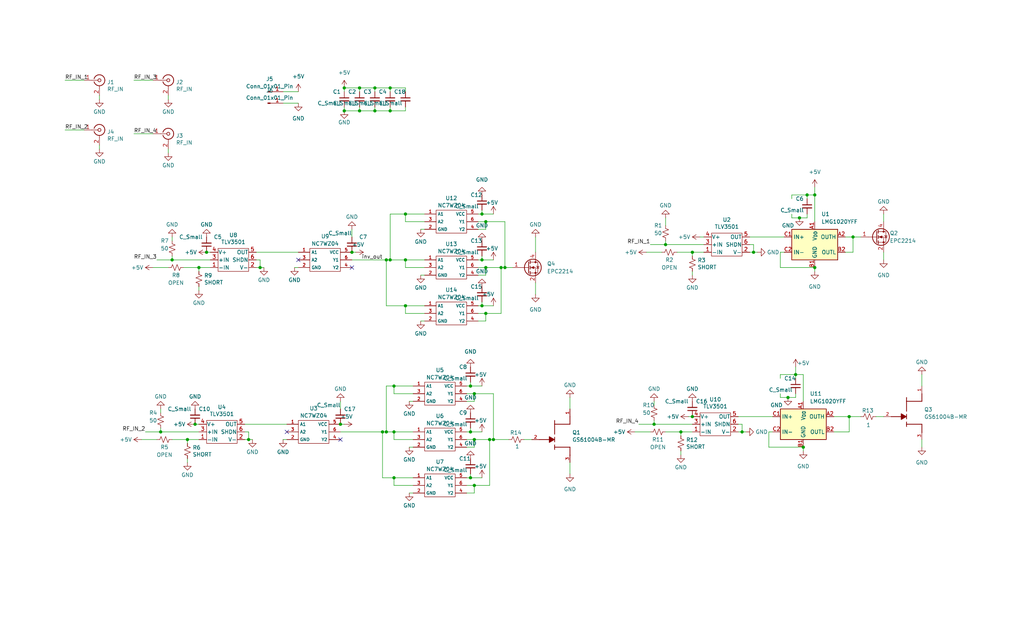
<source format=kicad_sch>
(kicad_sch (version 20231120) (generator "eeschema") (generator_version "8.0")
  (paper "User" 340.004 210.007)
  (lib_symbols
    (symbol "Connector:Conn_01x01_Pin" (pin_names (offset 1.016) hide)
      (property "Reference" "J" (at 0 2.54 0))
      (property "Value" "Conn_01x01_Pin" (at 0 -2.54 0))
      (symbol "Conn_01x01_Pin_1_1"
        (polyline (pts (xy 1.27 0) (xy 0.8636 0)) (stroke (width 0.1524)))
        (rectangle (start 0.8636 0.127) (end 0 -0.127) (stroke (width 0.1524)) (fill (type outline)))
        (pin passive line (at 5.08 0 180) (length 3.81) (name "Pin_1") (number "1"))
      )
    )
    (symbol "Connector:Conn_Coaxial" (pin_names (offset 1.016) hide)
      (property "Reference" "J" (at 0.254 3.048 0))
      (property "Value" "Conn_Coaxial" (at 2.921 0 90))
      (symbol "Conn_Coaxial_0_1"
        (arc (start -1.778 -0.508) (mid 0.2311 -1.8066) (end 1.778 0) (stroke (width 0.254)))
        (polyline (pts (xy -2.54 0) (xy -0.508 0)))
        (polyline (pts (xy 0 -2.54) (xy 0 -1.778)))
        (circle (center 0 0) (radius 0.508) (stroke (width 0.2032)))
        (arc (start 1.778 0) (mid 0.2099 1.8101) (end -1.778 0.508) (stroke (width 0.254)))
      )
      (symbol "Conn_Coaxial_1_1"
        (pin passive line (at -5.08 0 0) (length 2.54) (name "In") (number "1"))
        (pin passive line (at 0 -5.08 90) (length 2.54) (name "Ext") (number "2"))
      )
    )
    (symbol "Device:C_Small" (pin_numbers hide) (pin_names (offset 0.254) hide)
      (property "Reference" "C" (at 0.254 1.778 0))
      (property "Value" "C_Small" (at 0.254 -2.032 0))
      (symbol "C_Small_0_1"
        (polyline (pts (xy -1.524 -0.508) (xy 1.524 -0.508)) (stroke (width 0.3302)))
        (polyline (pts (xy -1.524 0.508) (xy 1.524 0.508)) (stroke (width 0.3048)))
      )
      (symbol "C_Small_1_1"
        (pin passive line (at 0 2.54 270) (length 2.032) (name "~") (number "1"))
        (pin passive line (at 0 -2.54 90) (length 2.032) (name "~") (number "2"))
      )
    )
    (symbol "Device:R_Small_US" (pin_numbers hide) (pin_names (offset 0.254) hide)
      (property "Reference" "R" (at 0.762 0.508 0))
      (property "Value" "R_Small_US" (at 0.762 -1.016 0))
      (symbol "R_Small_US_1_1"
        (polyline (pts (xy 0 0) (xy 1.016 -0.381) (xy 0 -0.762) (xy -1.016 -1.143) (xy 0 -1.524)))
        (polyline (pts (xy 0 1.524) (xy 1.016 1.143) (xy 0 0.762) (xy -1.016 0.381) (xy 0 0)))
        (pin passive line (at 0 2.54 270) (length 1.016) (name "~") (number "1"))
        (pin passive line (at 0 -2.54 90) (length 1.016) (name "~") (number "2"))
      )
    )
    (symbol "Driver_FET:LMG1020YFF"
      (property "Reference" "U" (at 5.715 5.715 0))
      (property "Value" "LMG1020YFF" (at 6.35 -6.35 0))
      (symbol "LMG1020YFF_0_1"
        (rectangle (start -7.62 5.08) (end 7.62 -5.08) (stroke (width 0.254)) (fill (type background)))
      )
      (symbol "LMG1020YFF_1_1"
        (pin power_in line (at 0 7.62 270) (length 2.54) (name "V_{DD}") (number "A1"))
        (pin output line (at 10.16 2.54 180) (length 2.54) (name "OUTH") (number "A2"))
        (pin power_in line (at 0 -7.62 90) (length 2.54) (name "GND") (number "B1"))
        (pin output line (at 10.16 -2.54 180) (length 2.54) (name "OUTL") (number "B2"))
        (pin input line (at -10.16 2.54 0) (length 2.54) (name "IN+") (number "C1"))
        (pin input line (at -10.16 -2.54 0) (length 2.54) (name "IN-") (number "C2"))
      )
    )
    (symbol "GS61004B-MR:GS61004B-MR" (pin_names (offset 1.016))
      (property "Reference" "Q" (at -8.89 7.62 0))
      (property "Value" "GS61004B-MR" (at -8.89 -8.89 0))
      (symbol "GS61004B-MR_0_0"
        (polyline (pts (xy -0.635 0) (xy -5.08 0)) (stroke (width 0.254)))
        (polyline (pts (xy 0 -2.54) (xy 0 -3.302)) (stroke (width 0.254)))
        (polyline (pts (xy 0 -2.54) (xy 5.08 -2.54)) (stroke (width 0.254)))
        (polyline (pts (xy 0 -1.778) (xy 0 -2.54)) (stroke (width 0.254)))
        (polyline (pts (xy 0 -0.762) (xy 0 0.762)) (stroke (width 0.254)))
        (polyline (pts (xy 0 1.778) (xy 0 5.08)) (stroke (width 0.254)))
        (polyline (pts (xy 0 5.08) (xy 0 6.35)) (stroke (width 0.254)))
        (polyline (pts (xy 0 5.08) (xy 5.08 5.08)) (stroke (width 0.254)))
        (polyline (pts (xy 5.08 -2.54) (xy 5.08 -5.334)) (stroke (width 0.254)))
        (polyline (pts (xy 5.08 5.08) (xy 5.08 7.62)) (stroke (width 0.254)))
        (polyline (pts (xy -0.127 0) (xy -1.778 0.9525) (xy -1.778 -0.9525) (xy -0.127 0)) (stroke (width 0.254)) (fill (type outline)))
        (pin passive line (at 5.08 10.16 270) (length 2.54) (name "~") (number "1"))
        (pin passive line (at -7.62 0 0) (length 2.54) (name "~") (number "2"))
        (pin passive line (at 5.08 -7.62 90) (length 2.54) (name "~") (number "3"))
      )
    )
    (symbol "MyKICAD:TLV3501" (pin_names (offset 0.1016))
      (property "Reference" "U" (at 1.27 1.27 0))
      (property "Value" "MyKICAD_TLV3501" (at 5.08 -8.89 0))
      (symbol "TLV3501_0_1"
        (rectangle (start 0 0) (end 10.16 -7.62))
      )
      (symbol "TLV3501_1_1"
        (pin bidirectional line (at -2.54 -6.35 0) (length 2.54) (name "-IN") (number "1"))
        (pin bidirectional line (at 12.7 -6.35 180) (length 2.54) (name "V-") (number "2"))
        (pin bidirectional line (at -2.54 -3.81 0) (length 2.54) (name "+IN") (number "3"))
        (pin bidirectional line (at -2.54 -1.27 0) (length 2.54) (name "V+") (number "4"))
        (pin bidirectional line (at 12.7 -1.27 180) (length 2.54) (name "OUT") (number "5"))
        (pin bidirectional line (at 12.7 -3.81 180) (length 2.54) (name "SHDN") (number "6"))
      )
    )
    (symbol "Q_NMOS_GSD_1" (pin_names (offset 0) hide)
      (property "Reference" "Q4" (at 6.35 1.27 0))
      (property "Value" "EPC2214" (at 6.35 -1.27 0))
      (symbol "Q_NMOS_GSD_1_0_1"
        (polyline (pts (xy 0.254 0) (xy -2.54 0)))
        (polyline (pts (xy 0.254 1.905) (xy 0.254 -1.905)) (stroke (width 0.254)))
        (polyline (pts (xy 0.762 -1.27) (xy 0.762 -2.286)) (stroke (width 0.254)))
        (polyline (pts (xy 0.762 0.508) (xy 0.762 -0.508)) (stroke (width 0.254)))
        (polyline (pts (xy 0.762 2.286) (xy 0.762 1.27)) (stroke (width 0.254)))
        (polyline (pts (xy 2.54 2.54) (xy 2.54 1.778)))
        (polyline (pts (xy 2.54 -2.54) (xy 2.54 0) (xy 0.762 0)))
        (polyline (pts (xy 0.762 -1.778) (xy 3.302 -1.778) (xy 3.302 1.778) (xy 0.762 1.778)))
        (polyline (pts (xy 1.016 0) (xy 2.032 0.381) (xy 2.032 -0.381) (xy 1.016 0)) (fill (type outline)))
        (polyline (pts (xy 2.794 0.508) (xy 2.921 0.381) (xy 3.683 0.381) (xy 3.81 0.254)))
        (polyline (pts (xy 3.302 0.381) (xy 2.921 -0.254) (xy 3.683 -0.254) (xy 3.302 0.381)))
        (circle (center 1.651 0) (radius 2.794) (stroke (width 0.254)))
        (circle (center 2.54 -1.778) (radius 0.254) (fill (type outline)))
        (circle (center 2.54 1.778) (radius 0.254) (fill (type outline)))
      )
      (symbol "Q_NMOS_GSD_1_1_1"
        (pin input line (at -5.08 0 0) (length 2.54) (name "G") (number "1"))
        (pin passive line (at 2.54 -5.08 90) (length 2.54) (name "S") (number "2"))
        (pin passive line (at 2.54 -5.08 90) (length 2.54) hide (name "S") (number "3"))
        (pin passive line (at 2.54 5.08 270) (length 2.54) (name "D") (number "4"))
        (pin passive line (at 2.54 5.08 270) (length 2.54) hide (name "D") (number "5"))
        (pin passive line (at 2.54 5.08 270) (length 2.54) hide (name "D") (number "6"))
        (pin passive line (at 2.54 5.08 270) (length 2.54) hide (name "D") (number "7"))
        (pin passive line (at 2.54 -5.08 90) (length 2.54) hide (name "S") (number "8"))
        (pin passive line (at 2.54 -5.08 90) (length 2.54) hide (name "S") (number "9"))
      )
    )
    (symbol "parts:NC7WZ04"
      (property "Reference" "U?" (at 0 5.08 0))
      (property "Value" "NC7WZ04" (at -6.35 6.35 0))
      (symbol "NC7WZ04_0_1"
        (rectangle (start -5.08 3.81) (end 5.08 -3.81))
      )
      (symbol "NC7WZ04_1_0"
        (pin input line (at -8.89 2.54 0) (length 3.81) (name "A1") (number "1"))
        (pin input line (at -8.89 -2.54 0) (length 3.81) (name "GND") (number "2"))
        (pin input line (at -8.89 0 0) (length 3.81) (name "A2") (number "3"))
        (pin input line (at 8.89 -2.54 180) (length 3.81) (name "Y2") (number "4"))
        (pin input line (at 8.89 2.54 180) (length 3.81) (name "VCC") (number "5"))
        (pin input line (at 8.89 0 180) (length 3.81) (name "Y1") (number "6"))
      )
    )
    (symbol "power:+5V" (power) (pin_names (offset 0))
      (property "Value" "+5V" (at 0 3.556 0))
      (symbol "+5V_0_1"
        (polyline (pts (xy -0.762 1.27) (xy 0 2.54)))
        (polyline (pts (xy 0 0) (xy 0 2.54)))
        (polyline (pts (xy 0 2.54) (xy 0.762 1.27)))
      )
      (symbol "+5V_1_1"
        (pin power_in line (at 0 0 90) (length 0) hide (name "+5V") (number "1"))
      )
    )
    (symbol "power:GND" (power) (pin_names (offset 0))
      (property "Value" "GND" (at 0 -3.81 0))
      (symbol "GND_0_1"
        (polyline (pts (xy 0 0) (xy 0 -1.27) (xy 1.27 -1.27) (xy 0 -2.54) (xy -1.27 -1.27) (xy 0 -1.27)))
      )
      (symbol "GND_1_1"
        (pin power_in line (at 0 0 270) (length 0) hide (name "GND") (number "1"))
      )
    )
  )
  (junction (at 57.15 86.36))
  (junction (at 264.16 124.46))
  (junction (at 161.29 88.9))
  (junction (at 261.62 132.08))
  (junction (at 229.87 83.82))
  (junction (at 86.36 88.9))
  (junction (at 134.62 86.36))
  (junction (at 157.48 146.05))
  (junction (at 53.34 143.51))
  (junction (at 116.84 83.82))
  (junction (at 163.83 146.05))
  (junction (at 119.38 36.83))
  (junction (at 66.04 88.9))
  (junction (at 217.17 140.97))
  (junction (at 129.54 29.21))
  (junction (at 124.46 36.83))
  (junction (at 270.51 88.9))
  (junction (at 167.64 88.9))
  (junction (at 119.38 29.21))
  (junction (at 157.48 161.29))
  (junction (at 64.77 140.97))
  (junction (at 281.94 138.43))
  (junction (at 134.62 101.6))
  (junction (at 128.27 143.51))
  (junction (at 246.38 143.51))
  (junction (at 114.3 36.83))
  (junction (at 229.87 138.43))
  (junction (at 160.02 101.6))
  (junction (at 157.48 130.81))
  (junction (at 134.62 71.12))
  (junction (at 129.54 86.36))
  (junction (at 265.43 72.39))
  (junction (at 130.81 143.51))
  (junction (at 250.19 83.82))
  (junction (at 156.21 158.75))
  (junction (at 62.23 146.05))
  (junction (at 156.21 143.51))
  (junction (at 128.27 86.36))
  (junction (at 226.06 143.51))
  (junction (at 160.02 86.36))
  (junction (at 127 143.51))
  (junction (at 162.56 146.05))
  (junction (at 166.37 88.9))
  (junction (at 156.21 128.27))
  (junction (at 270.51 64.77))
  (junction (at 267.97 64.77))
  (junction (at 161.29 73.66))
  (junction (at 130.81 158.75))
  (junction (at 266.7 148.59))
  (junction (at 161.29 104.14))
  (junction (at 124.46 29.21))
  (junction (at 220.98 81.28))
  (junction (at 113.03 140.97))
  (junction (at 283.21 78.74))
  (junction (at 82.55 146.05))
  (junction (at 130.81 128.27))
  (junction (at 68.58 83.82))
  (junction (at 114.3 29.21))
  (junction (at 129.54 36.83))
  (junction (at 160.02 71.12))
  (no_connect (at 95.25 143.51))
  (no_connect (at 113.03 146.05))
  (no_connect (at 116.84 88.9))
  (no_connect (at 99.06 86.36))
  (wire (pts (xy 57.15 86.36) (xy 57.15 85.09)))
  (wire (pts (xy 124.46 29.21) (xy 129.54 29.21)))
  (wire (pts (xy 158.75 76.2) (xy 161.29 76.2)))
  (wire (pts (xy 86.36 86.36) (xy 86.36 88.9)))
  (wire (pts (xy 21.59 43.18) (xy 27.94 43.18)))
  (wire (pts (xy 113.03 133.35) (xy 113.03 135.89)))
  (wire (pts (xy 177.8 93.98) (xy 177.8 97.79)))
  (wire (pts (xy 276.86 138.43) (xy 281.94 138.43)))
  (wire (pts (xy 162.56 146.05) (xy 163.83 146.05)))
  (wire (pts (xy 81.28 143.51) (xy 82.55 143.51)))
  (wire (pts (xy 139.7 106.68) (xy 140.97 106.68)))
  (wire (pts (xy 158.75 101.6) (xy 160.02 101.6)))
  (wire (pts (xy 267.97 71.12) (xy 267.97 72.39)))
  (wire (pts (xy 135.89 163.83) (xy 137.16 163.83)))
  (wire (pts (xy 255.27 143.51) (xy 256.54 143.51)))
  (wire (pts (xy 130.81 158.75) (xy 130.81 161.29)))
  (wire (pts (xy 276.86 143.51) (xy 281.94 143.51)))
  (wire (pts (xy 154.94 130.81) (xy 157.48 130.81)))
  (wire (pts (xy 224.79 83.82) (xy 229.87 83.82)))
  (wire (pts (xy 134.62 101.6) (xy 134.62 104.14)))
  (wire (pts (xy 245.11 143.51) (xy 246.38 143.51)))
  (wire (pts (xy 154.94 128.27) (xy 156.21 128.27)))
  (wire (pts (xy 64.77 140.97) (xy 66.04 140.97)))
  (wire (pts (xy 128.27 128.27) (xy 128.27 143.51)))
  (wire (pts (xy 134.62 104.14) (xy 140.97 104.14)))
  (wire (pts (xy 189.23 132.08) (xy 189.23 135.89)))
  (wire (pts (xy 161.29 106.68) (xy 161.29 104.14)))
  (wire (pts (xy 265.43 72.39) (xy 267.97 72.39)))
  (wire (pts (xy 262.89 71.12) (xy 262.89 72.39)))
  (wire (pts (xy 154.94 148.59) (xy 157.48 148.59)))
  (wire (pts (xy 160.02 69.85) (xy 160.02 71.12)))
  (wire (pts (xy 262.89 72.39) (xy 265.43 72.39)))
  (wire (pts (xy 261.62 132.08) (xy 264.16 132.08)))
  (wire (pts (xy 130.81 128.27) (xy 130.81 130.81)))
  (wire (pts (xy 139.7 91.44) (xy 140.97 91.44)))
  (wire (pts (xy 220.98 81.28) (xy 233.68 81.28)))
  (wire (pts (xy 158.75 91.44) (xy 161.29 91.44)))
  (wire (pts (xy 290.83 138.43) (xy 293.37 138.43)))
  (wire (pts (xy 259.08 132.08) (xy 261.62 132.08)))
  (wire (pts (xy 130.81 143.51) (xy 130.81 146.05)))
  (wire (pts (xy 157.48 148.59) (xy 157.48 146.05)))
  (wire (pts (xy 119.38 35.56) (xy 119.38 36.83)))
  (wire (pts (xy 158.75 86.36) (xy 160.02 86.36)))
  (wire (pts (xy 267.97 64.77) (xy 267.97 66.04)))
  (wire (pts (xy 82.55 143.51) (xy 82.55 146.05)))
  (wire (pts (xy 130.81 143.51) (xy 137.16 143.51)))
  (wire (pts (xy 248.92 83.82) (xy 250.19 83.82)))
  (wire (pts (xy 86.36 88.9) (xy 85.09 88.9)))
  (wire (pts (xy 161.29 91.44) (xy 161.29 88.9)))
  (wire (pts (xy 134.62 88.9) (xy 134.62 86.36)))
  (wire (pts (xy 248.92 81.28) (xy 250.19 81.28)))
  (wire (pts (xy 140.97 88.9) (xy 134.62 88.9)))
  (wire (pts (xy 217.17 140.97) (xy 212.09 140.97)))
  (wire (pts (xy 161.29 76.2) (xy 161.29 73.66)))
  (wire (pts (xy 139.7 76.2) (xy 140.97 76.2)))
  (wire (pts (xy 129.54 86.36) (xy 129.54 71.12)))
  (wire (pts (xy 44.45 26.67) (xy 50.8 26.67)))
  (wire (pts (xy 270.51 64.77) (xy 267.97 64.77)))
  (wire (pts (xy 53.34 135.89) (xy 53.34 137.16)))
  (wire (pts (xy 57.15 146.05) (xy 62.23 146.05)))
  (wire (pts (xy 130.81 146.05) (xy 137.16 146.05)))
  (wire (pts (xy 97.79 88.9) (xy 99.06 88.9)))
  (wire (pts (xy 264.16 121.92) (xy 264.16 124.46)))
  (wire (pts (xy 259.08 83.82) (xy 260.35 83.82)))
  (wire (pts (xy 53.34 143.51) (xy 48.26 143.51)))
  (wire (pts (xy 160.02 71.12) (xy 163.83 71.12)))
  (wire (pts (xy 53.34 143.51) (xy 66.04 143.51)))
  (wire (pts (xy 270.51 64.77) (xy 270.51 73.66)))
  (wire (pts (xy 128.27 86.36) (xy 128.27 101.6)))
  (wire (pts (xy 134.62 36.83) (xy 129.54 36.83)))
  (wire (pts (xy 160.02 100.33) (xy 160.02 101.6)))
  (wire (pts (xy 33.02 31.75) (xy 33.02 33.02)))
  (wire (pts (xy 262.89 64.77) (xy 262.89 66.04)))
  (wire (pts (xy 128.27 143.51) (xy 130.81 143.51)))
  (wire (pts (xy 246.38 143.51) (xy 247.65 143.51)))
  (wire (pts (xy 154.94 163.83) (xy 157.48 163.83)))
  (wire (pts (xy 134.62 71.12) (xy 140.97 71.12)))
  (wire (pts (xy 93.98 30.48) (xy 99.06 30.48)))
  (wire (pts (xy 293.37 83.82) (xy 293.37 86.36)))
  (wire (pts (xy 255.27 143.51) (xy 255.27 148.59)))
  (wire (pts (xy 163.83 146.05) (xy 168.91 146.05)))
  (wire (pts (xy 283.21 78.74) (xy 285.75 78.74)))
  (wire (pts (xy 93.98 146.05) (xy 95.25 146.05)))
  (wire (pts (xy 57.15 86.36) (xy 69.85 86.36)))
  (wire (pts (xy 129.54 36.83) (xy 129.54 35.56)))
  (wire (pts (xy 157.48 133.35) (xy 157.48 130.81)))
  (wire (pts (xy 158.75 73.66) (xy 161.29 73.66)))
  (wire (pts (xy 135.89 133.35) (xy 137.16 133.35)))
  (wire (pts (xy 134.62 73.66) (xy 134.62 71.12)))
  (wire (pts (xy 264.16 130.81) (xy 264.16 132.08)))
  (wire (pts (xy 255.27 148.59) (xy 266.7 148.59)))
  (wire (pts (xy 177.8 78.74) (xy 177.8 83.82)))
  (wire (pts (xy 264.16 124.46) (xy 259.08 124.46)))
  (wire (pts (xy 53.34 143.51) (xy 53.34 142.24)))
  (wire (pts (xy 280.67 83.82) (xy 283.21 83.82)))
  (wire (pts (xy 87.63 88.9) (xy 86.36 88.9)))
  (wire (pts (xy 166.37 88.9) (xy 167.64 88.9)))
  (wire (pts (xy 154.94 146.05) (xy 157.48 146.05)))
  (wire (pts (xy 160.02 101.6) (xy 163.83 101.6)))
  (wire (pts (xy 226.06 149.86) (xy 226.06 151.13)))
  (wire (pts (xy 21.59 26.67) (xy 27.94 26.67)))
  (wire (pts (xy 163.83 130.81) (xy 163.83 146.05)))
  (wire (pts (xy 116.84 76.2) (xy 116.84 78.74)))
  (wire (pts (xy 248.92 78.74) (xy 260.35 78.74)))
  (wire (pts (xy 158.75 106.68) (xy 161.29 106.68)))
  (wire (pts (xy 134.62 86.36) (xy 140.97 86.36)))
  (wire (pts (xy 189.23 153.67) (xy 189.23 157.48)))
  (wire (pts (xy 119.38 29.21) (xy 119.38 30.48)))
  (wire (pts (xy 229.87 85.09) (xy 229.87 83.82)))
  (wire (pts (xy 66.04 90.17) (xy 66.04 88.9)))
  (wire (pts (xy 127 143.51) (xy 128.27 143.51)))
  (wire (pts (xy 259.08 83.82) (xy 259.08 88.9)))
  (wire (pts (xy 68.58 83.82) (xy 69.85 83.82)))
  (wire (pts (xy 130.81 130.81) (xy 137.16 130.81)))
  (wire (pts (xy 306.07 146.05) (xy 306.07 148.59)))
  (wire (pts (xy 44.45 44.45) (xy 50.8 44.45)))
  (wire (pts (xy 128.27 128.27) (xy 130.81 128.27)))
  (wire (pts (xy 156.21 142.24) (xy 156.21 143.51)))
  (wire (pts (xy 270.51 62.23) (xy 270.51 64.77)))
  (wire (pts (xy 129.54 29.21) (xy 134.62 29.21)))
  (wire (pts (xy 50.8 88.9) (xy 55.88 88.9)))
  (wire (pts (xy 157.48 146.05) (xy 162.56 146.05)))
  (wire (pts (xy 167.64 88.9) (xy 170.18 88.9)))
  (wire (pts (xy 220.98 143.51) (xy 226.06 143.51)))
  (wire (pts (xy 62.23 147.32) (xy 62.23 146.05)))
  (wire (pts (xy 57.15 78.74) (xy 57.15 80.01)))
  (wire (pts (xy 83.82 146.05) (xy 82.55 146.05)))
  (wire (pts (xy 33.02 48.26) (xy 33.02 49.53)))
  (wire (pts (xy 140.97 73.66) (xy 134.62 73.66)))
  (wire (pts (xy 62.23 146.05) (xy 66.04 146.05)))
  (wire (pts (xy 161.29 88.9) (xy 166.37 88.9)))
  (wire (pts (xy 220.98 81.28) (xy 215.9 81.28)))
  (wire (pts (xy 85.09 83.82) (xy 99.06 83.82)))
  (wire (pts (xy 114.3 35.56) (xy 114.3 36.83)))
  (wire (pts (xy 217.17 133.35) (xy 217.17 134.62)))
  (wire (pts (xy 306.07 124.46) (xy 306.07 128.27)))
  (wire (pts (xy 55.88 49.53) (xy 55.88 50.8)))
  (wire (pts (xy 113.03 143.51) (xy 127 143.51)))
  (wire (pts (xy 281.94 138.43) (xy 285.75 138.43)))
  (wire (pts (xy 158.75 104.14) (xy 161.29 104.14)))
  (wire (pts (xy 130.81 161.29) (xy 137.16 161.29)))
  (wire (pts (xy 264.16 124.46) (xy 264.16 125.73)))
  (wire (pts (xy 114.3 29.21) (xy 114.3 30.48)))
  (wire (pts (xy 283.21 83.82) (xy 283.21 78.74)))
  (wire (pts (xy 156.21 143.51) (xy 160.02 143.51)))
  (wire (pts (xy 259.08 88.9) (xy 270.51 88.9)))
  (wire (pts (xy 127 158.75) (xy 130.81 158.75)))
  (wire (pts (xy 167.64 73.66) (xy 167.64 88.9)))
  (wire (pts (xy 226.06 143.51) (xy 229.87 143.51)))
  (wire (pts (xy 160.02 85.09) (xy 160.02 86.36)))
  (wire (pts (xy 127 158.75) (xy 127 143.51)))
  (wire (pts (xy 130.81 158.75) (xy 137.16 158.75)))
  (wire (pts (xy 62.23 152.4) (xy 62.23 153.67)))
  (wire (pts (xy 166.37 88.9) (xy 166.37 104.14)))
  (wire (pts (xy 210.82 143.51) (xy 215.9 143.51)))
  (wire (pts (xy 113.03 140.97) (xy 114.3 140.97)))
  (wire (pts (xy 245.11 138.43) (xy 256.54 138.43)))
  (wire (pts (xy 154.94 158.75) (xy 156.21 158.75)))
  (wire (pts (xy 161.29 104.14) (xy 166.37 104.14)))
  (wire (pts (xy 57.15 86.36) (xy 52.07 86.36)))
  (wire (pts (xy 119.38 36.83) (xy 124.46 36.83)))
  (wire (pts (xy 66.04 88.9) (xy 69.85 88.9)))
  (wire (pts (xy 60.96 88.9) (xy 66.04 88.9)))
  (wire (pts (xy 129.54 86.36) (xy 134.62 86.36)))
  (wire (pts (xy 124.46 35.56) (xy 124.46 36.83)))
  (wire (pts (xy 116.84 83.82) (xy 118.11 83.82)))
  (wire (pts (xy 162.56 146.05) (xy 162.56 161.29)))
  (wire (pts (xy 293.37 71.12) (xy 293.37 73.66)))
  (wire (pts (xy 267.97 64.77) (xy 262.89 64.77)))
  (wire (pts (xy 229.87 83.82) (xy 233.68 83.82)))
  (wire (pts (xy 154.94 161.29) (xy 157.48 161.29)))
  (wire (pts (xy 46.99 146.05) (xy 52.07 146.05)))
  (wire (pts (xy 266.7 148.59) (xy 266.7 149.86)))
  (wire (pts (xy 129.54 71.12) (xy 134.62 71.12)))
  (wire (pts (xy 161.29 73.66) (xy 167.64 73.66)))
  (wire (pts (xy 82.55 146.05) (xy 81.28 146.05)))
  (wire (pts (xy 220.98 72.39) (xy 220.98 74.93)))
  (wire (pts (xy 154.94 133.35) (xy 157.48 133.35)))
  (wire (pts (xy 226.06 144.78) (xy 226.06 143.51)))
  (wire (pts (xy 128.27 86.36) (xy 129.54 86.36)))
  (wire (pts (xy 220.98 81.28) (xy 220.98 80.01)))
  (wire (pts (xy 134.62 29.21) (xy 134.62 30.48)))
  (wire (pts (xy 232.41 78.74) (xy 233.68 78.74)))
  (wire (pts (xy 250.19 83.82) (xy 251.46 83.82)))
  (wire (pts (xy 124.46 29.21) (xy 124.46 30.48)))
  (wire (pts (xy 173.99 146.05) (xy 176.53 146.05)))
  (wire (pts (xy 124.46 36.83) (xy 129.54 36.83)))
  (wire (pts (xy 217.17 140.97) (xy 217.17 139.7)))
  (wire (pts (xy 259.08 124.46) (xy 259.08 125.73)))
  (wire (pts (xy 229.87 90.17) (xy 229.87 91.44)))
  (wire (pts (xy 157.48 161.29) (xy 162.56 161.29)))
  (wire (pts (xy 266.7 124.46) (xy 266.7 133.35)))
  (wire (pts (xy 134.62 101.6) (xy 140.97 101.6)))
  (wire (pts (xy 116.84 86.36) (xy 128.27 86.36)))
  (wire (pts (xy 280.67 78.74) (xy 283.21 78.74)))
  (wire (pts (xy 264.16 124.46) (xy 266.7 124.46)))
  (wire (pts (xy 156.21 128.27) (xy 160.02 128.27)))
  (wire (pts (xy 66.04 95.25) (xy 66.04 96.52)))
  (wire (pts (xy 158.75 88.9) (xy 161.29 88.9)))
  (wire (pts (xy 154.94 143.51) (xy 156.21 143.51)))
  (wire (pts (xy 259.08 130.81) (xy 259.08 132.08)))
  (wire (pts (xy 119.38 29.21) (xy 124.46 29.21)))
  (wire (pts (xy 114.3 29.21) (xy 119.38 29.21)))
  (wire (pts (xy 129.54 29.21) (xy 129.54 30.48)))
  (wire (pts (xy 128.27 101.6) (xy 134.62 101.6)))
  (wire (pts (xy 114.3 36.83) (xy 119.38 36.83)))
  (wire (pts (xy 157.48 163.83) (xy 157.48 161.29)))
  (wire (pts (xy 158.75 71.12) (xy 160.02 71.12)))
  (wire (pts (xy 245.11 140.97) (xy 246.38 140.97)))
  (wire (pts (xy 130.81 128.27) (xy 137.16 128.27)))
  (wire (pts (xy 228.6 138.43) (xy 229.87 138.43)))
  (wire (pts (xy 281.94 143.51) (xy 281.94 138.43)))
  (wire (pts (xy 160.02 86.36) (xy 163.83 86.36)))
  (wire (pts (xy 93.98 34.29) (xy 99.06 34.29)))
  (wire (pts (xy 217.17 140.97) (xy 229.87 140.97)))
  (wire (pts (xy 214.63 83.82) (xy 219.71 83.82)))
  (wire (pts (xy 246.38 140.97) (xy 246.38 143.51)))
  (wire (pts (xy 135.89 148.59) (xy 137.16 148.59)))
  (wire (pts (xy 157.48 130.81) (xy 163.83 130.81)))
  (wire (pts (xy 81.28 140.97) (xy 95.25 140.97)))
  (wire (pts (xy 156.21 157.48) (xy 156.21 158.75)))
  (wire (pts (xy 85.09 86.36) (xy 86.36 86.36)))
  (wire (pts (xy 156.21 127) (xy 156.21 128.27)))
  (wire (pts (xy 270.51 88.9) (xy 270.51 90.17)))
  (wire (pts (xy 55.88 31.75) (xy 55.88 33.02)))
  (wire (pts (xy 250.19 81.28) (xy 250.19 83.82)))
  (wire (pts (xy 156.21 158.75) (xy 160.02 158.75)))
  (wire (pts (xy 134.62 35.56) (xy 134.62 36.83)))
  (label "RF_IN_2" (at 21.59 43.18 0))
  (label "RF_IN_4" (at 212.09 140.97 180))
  (label "RF_IN_3" (at 44.45 26.67 0))
  (label "RF_IN_1" (at 215.9 81.28 180))
  (label "RF_IN_2" (at 48.26 143.51 180))
  (label "RF_IN_4" (at 44.45 44.45 0))
  (label "inv_out" (at 127 86.36 180))
  (label "RF_IN_3" (at 52.07 86.36 180))
  (label "RF_IN_1" (at 21.59 26.67 0))
  (symbol (lib_id "power:GND") (at 135.89 148.59 0) (unit 1)
    (property "Reference" "#PWR021" (effects (hide yes)))
    (property "Value" "GND" (at 135.89 152.7231 0))
  )
  (symbol (lib_id "power:GND") (at 139.7 91.44 0) (unit 1)
    (property "Reference" "#PWR048" (effects (hide yes)))
    (property "Value" "GND" (at 139.7 95.5731 0))
  )
  (symbol (lib_id "Device:C_Small") (at 160.02 82.55 0) (unit 1)
    (property "Reference" "C13" (at 156.21 80.01 0) (effects (justify left)))
    (property "Value" "C_Small" (at 151.13 83.82 0) (effects (justify left)))
    (property "Footprint" "Capacitor_SMD:C_0402_1005Metric" (effects (hide yes)))
  )
  (symbol (lib_id "Device:R_Small_US") (at 57.15 82.55 0) (unit 1)
    (property "Reference" "R7" (at 53.34 80.01 0) (effects (justify left)))
    (property "Value" "50" (at 53.34 82.55 0) (effects (justify left)))
    (property "Footprint" "Resistor_SMD:R_0603_1608Metric" (effects (hide yes)))
  )
  (symbol (lib_id "power:GND") (at 64.77 135.89 180) (unit 1)
    (property "Reference" "#PWR057" (effects (hide yes)))
    (property "Value" "GND" (at 64.77 131.7569 0))
  )
  (symbol (lib_id "power:GND") (at 114.3 36.83 0) (unit 1)
    (property "Reference" "#PWR04" (effects (hide yes)))
    (property "Value" "GND" (at 114.3 40.64 0))
  )
  (symbol (lib_id "power:+5V") (at 163.83 71.12 0) (unit 1)
    (property "Reference" "#PWR055" (effects (hide yes)))
    (property "Value" "+5V" (at 161.29 67.31 0) (effects (justify left)))
  )
  (symbol (lib_id "power:+5V") (at 68.58 83.82 90) (unit 1)
    (property "Reference" "#PWR034" (effects (hide yes)))
    (property "Value" "+5V" (at 65.4051 83.82 90) (effects (justify left)))
  )
  (symbol (lib_id "power:GND") (at 266.7 149.86 0) (unit 1)
    (property "Reference" "#PWR047" (effects (hide yes)))
    (property "Value" "GND" (at 266.7 154.94 0))
  )
  (symbol (lib_id "power:+5V") (at 270.51 62.23 0) (unit 1)
    (property "Reference" "#PWR05" (effects (hide yes)))
    (property "Value" "+5V" (at 270.51 57.15 0))
  )
  (symbol (lib_id "Device:R_Small_US") (at 288.29 138.43 90) (unit 1)
    (property "Reference" "R13" (at 290.068 136.398 90) (effects (justify left)))
    (property "Value" "1" (at 289.052 141.224 90) (effects (justify left)))
    (property "Footprint" "Resistor_SMD:R_0402_1005Metric" (effects (hide yes)))
  )
  (symbol (lib_id "Device:R_Small_US") (at 58.42 88.9 90) (unit 1)
    (property "Reference" "R8" (at 58.42 91.44 90))
    (property "Value" "OPEN" (at 58.42 93.98 90))
    (property "Footprint" "Resistor_SMD:R_0603_1608Metric" (effects (hide yes)))
  )
  (symbol (lib_id "power:+5V") (at 160.02 158.75 0) (unit 1)
    (property "Reference" "#PWR024" (effects (hide yes)))
    (property "Value" "+5V" (at 157.48 154.94 0) (effects (justify left)))
  )
  (symbol (lib_id "Device:R_Small_US") (at 226.06 147.32 0) (unit 1)
    (property "Reference" "R12" (at 227.7872 146.1516 0) (effects (justify left)))
    (property "Value" "SHORT" (at 227.7872 148.463 0) (effects (justify left)))
    (property "Footprint" "Resistor_SMD:R_0603_1608Metric" (effects (hide yes)))
  )
  (symbol (lib_id "power:+5V") (at 210.82 143.51 90) (unit 1)
    (property "Reference" "#PWR040" (effects (hide yes)))
    (property "Value" "+5V" (at 207.6451 143.51 90) (effects (justify left)))
  )
  (symbol (lib_id "power:GND") (at 226.06 151.13 0) (unit 1)
    (property "Reference" "#PWR042" (effects (hide yes)))
    (property "Value" "GND" (at 226.06 155.2631 0))
  )
  (symbol (lib_id "Connector:Conn_Coaxial") (at 33.02 43.18 0) (unit 1)
    (property "Reference" "J4" (at 35.56 43.815 0) (effects (justify left)))
    (property "Value" "RF_IN" (at 35.56 46.1264 0) (effects (justify left)))
    (property "Footprint" "Connector_Coaxial:SMA_Amphenol_132134-10_Vertical" (effects (hide yes)))
    (property "Datasheet" " ~" (effects (hide yes)))
  )
  (symbol (lib_id "Device:R_Small_US") (at 66.04 92.71 0) (unit 1)
    (property "Reference" "R9" (at 67.7672 91.5416 0) (effects (justify left)))
    (property "Value" "SHORT" (at 67.7672 93.853 0) (effects (justify left)))
    (property "Footprint" "Resistor_SMD:R_0603_1608Metric" (effects (hide yes)))
  )
  (symbol (lib_id "power:GND") (at 33.02 49.53 0) (unit 1)
    (property "Reference" "#PWR050" (effects (hide yes)))
    (property "Value" "GND" (at 33.02 53.6631 0))
  )
  (symbol (lib_id "Device:R_Small_US") (at 220.98 77.47 0) (unit 1)
    (property "Reference" "R1" (at 217.17 74.93 0) (effects (justify left)))
    (property "Value" "50" (at 217.17 77.47 0) (effects (justify left)))
    (property "Footprint" "Resistor_SMD:R_0603_1608Metric" (effects (hide yes)))
  )
  (symbol (lib_id "Device:C_Small") (at 267.97 68.58 0) (unit 1)
    (property "Reference" "C6" (at 264.16 66.04 0) (effects (justify left)))
    (property "Value" "C_Small" (at 259.08 69.85 0) (effects (justify left)))
    (property "Footprint" "Capacitor_SMD:C_0402_1005Metric" (effects (hide yes)))
  )
  (symbol (lib_id "power:GND") (at 156.21 121.92 180) (unit 1)
    (property "Reference" "#PWR066" (effects (hide yes)))
    (property "Value" "GND" (at 156.21 116.84 0))
  )
  (symbol (lib_id "Device:C_Small") (at 129.54 33.02 0) (unit 1)
    (property "Reference" "C4" (at 125.73 30.48 0) (effects (justify left)))
    (property "Value" "C_Small" (at 120.65 34.29 0) (effects (justify left)))
    (property "Footprint" "Capacitor_SMD:C_0603_1608Metric" (effects (hide yes)))
  )
  (symbol (lib_id "power:GND") (at 220.98 72.39 180) (unit 1)
    (property "Reference" "#PWR07" (effects (hide yes)))
    (property "Value" "GND" (at 220.98 68.2569 0))
  )
  (symbol (lib_id "power:GND") (at 251.46 83.82 90) (unit 1)
    (property "Reference" "#PWR010" (effects (hide yes)))
    (property "Value" "GND" (at 254.635 83.82 90) (effects (justify right)))
  )
  (symbol (lib_id "GS61004B-MR:GS61004B-MR") (at 184.15 146.05 0) (unit 1)
    (property "Reference" "Q1" (at 189.992 143.6949 0) (effects (justify left)))
    (property "Value" "GS61004B-MR" (at 189.992 146.1191 0) (effects (justify left)))
    (property "Footprint" "EPCGaN:TRANS_GS61004B-MR" (effects (hide yes)))
    (property "Description" "\n100V enhancement mode GaN transistor\n" (effects (hide yes)))
    (property "MF" "GaN Systems Inc" (effects (hide yes)))
    (property "MAXIMUM_PACKAGE_HEIGHT" "0.59 mm" (effects (hide yes)))
    (property "Package" "DFN-3 GaN Systems" (effects (hide yes)))
    (property "Price" "None" (effects (hide yes)))
    (property "Check_prices" "https://www.snapeda.com/parts/GS61004B-MR/GaN+Systems/view-part/?ref=eda" (effects (hide yes)))
    (property "STANDARD" "Manufacturer Recommendations" (effects (hide yes)))
    (property "PARTREV" "Rev. 200402" (effects (hide yes)))
    (property "SnapEDA_Link" "https://www.snapeda.com/parts/GS61004B-MR/GaN+Systems/view-part/?ref=snap" (effects (hide yes)))
    (property "MP" "GS61004B-MR" (effects (hide yes)))
    (property "Purchase-URL" "https://www.snapeda.com/api/url_track_click_mouser/?unipart_id=5674187&manufacturer=GaN Systems Inc&part_name=GS61004B-MR&search_term=gs61004b" (effects (hide yes)))
    (property "Availability" "In Stock" (effects (hide yes)))
    (property "MANUFACTURER" "GaN Systems" (effects (hide yes)))
  )
  (symbol (lib_id "Device:R_Small_US") (at 62.23 149.86 0) (unit 1)
    (property "Reference" "R6" (at 63.9572 148.6916 0) (effects (justify left)))
    (property "Value" "SHORT" (at 63.9572 151.003 0) (effects (justify left)))
    (property "Footprint" "Resistor_SMD:R_0603_1608Metric" (effects (hide yes)))
  )
  (symbol (lib_id "power:GND") (at 93.98 146.05 0) (unit 1)
    (property "Reference" "#PWR013" (effects (hide yes)))
    (property "Value" "GND" (at 93.98 150.1831 0))
  )
  (symbol (lib_id "power:GND") (at 306.07 124.46 180) (unit 1)
    (property "Reference" "#PWR056" (effects (hide yes)))
    (property "Value" "GND" (at 306.07 120.3269 0))
  )
  (symbol (lib_id "power:GND") (at 66.04 96.52 0) (unit 1)
    (property "Reference" "#PWR032" (effects (hide yes)))
    (property "Value" "GND" (at 66.04 100.6531 0))
  )
  (symbol (lib_id "parts:NC7WZ04") (at 146.05 130.81 0) (unit 1)
    (property "Reference" "U5" (at 146.05 122.9827 0))
    (property "Value" "NC7WZ04" (at 146.05 125.4069 0))
    (property "Footprint" "pcbparts:nc7wz04_sc-88_SOIC-6" (effects (hide yes)))
  )
  (symbol (lib_id "Device:C_Small") (at 119.38 33.02 0) (unit 1)
    (property "Reference" "C2" (at 115.57 30.48 0) (effects (justify left)))
    (property "Value" "C_Small" (at 110.49 34.29 0) (effects (justify left)))
    (property "Footprint" "Capacitor_SMD:C_0603_1608Metric" (effects (hide yes)))
  )
  (symbol (lib_id "Device:C_Small") (at 156.21 124.46 0) (unit 1)
    (property "Reference" "C8" (at 152.4 121.92 0) (effects (justify left)))
    (property "Value" "C_Small" (at 147.32 125.73 0) (effects (justify left)))
    (property "Footprint" "Capacitor_SMD:C_0402_1005Metric" (effects (hide yes)))
  )
  (symbol (lib_id "parts:NC7WZ04") (at 149.86 73.66 0) (unit 1)
    (property "Reference" "U12" (at 149.86 65.8327 0))
    (property "Value" "NC7WZ04" (at 149.86 68.2569 0))
    (property "Footprint" "pcbparts:nc7wz04_sc-88_SOIC-6" (effects (hide yes)))
  )
  (symbol (lib_id "Device:R_Small_US") (at 53.34 139.7 0) (unit 1)
    (property "Reference" "R4" (at 49.53 137.16 0) (effects (justify left)))
    (property "Value" "50" (at 49.53 139.7 0) (effects (justify left)))
    (property "Footprint" "Resistor_SMD:R_0603_1608Metric" (effects (hide yes)))
  )
  (symbol (lib_id "power:+5V") (at 46.99 146.05 90) (unit 1)
    (property "Reference" "#PWR014" (effects (hide yes)))
    (property "Value" "+5V" (at 43.8151 146.05 90) (effects (justify left)))
  )
  (symbol (lib_id "Device:R_Small_US") (at 217.17 137.16 0) (unit 1)
    (property "Reference" "R10" (at 213.36 134.62 0) (effects (justify left)))
    (property "Value" "50" (at 213.36 137.16 0) (effects (justify left)))
    (property "Footprint" "Resistor_SMD:R_0603_1608Metric" (effects (hide yes)))
  )
  (symbol (lib_id "power:GND") (at 229.87 133.35 180) (unit 1)
    (property "Reference" "#PWR059" (effects (hide yes)))
    (property "Value" "GND" (at 229.87 129.2169 0))
  )
  (symbol (lib_id "power:GND") (at 217.17 133.35 180) (unit 1)
    (property "Reference" "#PWR041" (effects (hide yes)))
    (property "Value" "GND" (at 217.17 129.2169 0))
  )
  (symbol (lib_id "parts:NC7WZ04") (at 149.86 104.14 0) (unit 1)
    (property "Reference" "U14" (at 149.86 96.3127 0))
    (property "Value" "NC7WZ04" (at 149.86 98.7369 0))
    (property "Footprint" "pcbparts:nc7wz04_sc-88_SOIC-6" (effects (hide yes)))
  )
  (symbol (lib_id "Device:C_Small") (at 124.46 33.02 0) (unit 1)
    (property "Reference" "C3" (at 120.65 30.48 0) (effects (justify left)))
    (property "Value" "C_Small" (at 115.57 34.29 0) (effects (justify left)))
    (property "Footprint" "Capacitor_SMD:C_0603_1608Metric" (effects (hide yes)))
  )
  (symbol (lib_id "power:+5V") (at 118.11 83.82 270) (unit 1)
    (property "Reference" "#PWR038" (effects (hide yes)))
    (property "Value" "+5V" (at 116.84 81.28 90) (effects (justify left)))
  )
  (symbol (lib_id "power:GND") (at 62.23 153.67 0) (unit 1)
    (property "Reference" "#PWR016" (effects (hide yes)))
    (property "Value" "GND" (at 62.23 157.8031 0))
  )
  (symbol (lib_id "power:GND") (at 97.79 88.9 0) (unit 1)
    (property "Reference" "#PWR036" (effects (hide yes)))
    (property "Value" "GND" (at 97.79 93.0331 0))
  )
  (symbol (lib_id "power:GND") (at 113.03 133.35 180) (unit 1)
    (property "Reference" "#PWR060" (effects (hide yes)))
    (property "Value" "GND" (at 113.03 129.2169 0))
  )
  (symbol (lib_id "power:GND") (at 189.23 132.08 180) (unit 1)
    (property "Reference" "#PWR026" (effects (hide yes)))
    (property "Value" "GND" (at 189.23 127.9469 0))
  )
  (symbol (lib_id "power:GND") (at 261.62 132.08 0) (unit 1)
    (property "Reference" "#PWR045" (effects (hide yes)))
    (property "Value" "GND" (at 257.81 134.62 0))
  )
  (symbol (lib_id "power:GND") (at 55.88 33.02 0) (unit 1)
    (property "Reference" "#PWR030" (effects (hide yes)))
    (property "Value" "GND" (at 55.88 37.1531 0))
  )
  (symbol (lib_id "Connector:Conn_Coaxial") (at 55.88 44.45 0) (unit 1)
    (property "Reference" "J3" (at 58.42 45.085 0) (effects (justify left)))
    (property "Value" "RF_IN" (at 58.42 47.3964 0) (effects (justify left)))
    (property "Footprint" "Connector_Coaxial:SMA_Amphenol_132134-10_Vertical" (effects (hide yes)))
    (property "Datasheet" " ~" (effects (hide yes)))
  )
  (symbol (lib_id "power:GND") (at 57.15 78.74 180) (unit 1)
    (property "Reference" "#PWR028" (effects (hide yes)))
    (property "Value" "GND" (at 57.15 74.6069 0))
  )
  (symbol (lib_id "power:+5V") (at 114.3 140.97 270) (unit 1)
    (property "Reference" "#PWR012" (effects (hide yes)))
    (property "Value" "+5V" (at 113.03 138.43 90) (effects (justify left)))
  )
  (symbol (lib_id "power:GND") (at 247.65 143.51 90) (unit 1)
    (property "Reference" "#PWR044" (effects (hide yes)))
    (property "Value" "GND" (at 250.825 143.51 90) (effects (justify right)))
  )
  (symbol (lib_id "power:GND") (at 68.58 78.74 180) (unit 1)
    (property "Reference" "#PWR033" (effects (hide yes)))
    (property "Value" "GND" (at 68.58 74.6069 0))
  )
  (symbol (lib_id "Device:R_Small_US") (at 218.44 143.51 90) (unit 1)
    (property "Reference" "R11" (at 218.44 146.05 90))
    (property "Value" "OPEN" (at 218.44 148.59 90))
    (property "Footprint" "Resistor_SMD:R_0603_1608Metric" (effects (hide yes)))
  )
  (symbol (lib_id "GS61004B-MR:GS61004B-MR") (at 300.99 138.43 0) (unit 1)
    (property "Reference" "Q3" (at 306.832 136.0749 0) (effects (justify left)))
    (property "Value" "GS61004B-MR" (at 306.832 138.4991 0) (effects (justify left)))
    (property "Footprint" "EPCGaN:TRANS_GS61004B-MR" (effects (hide yes)))
    (property "Description" "\n100V enhancement mode GaN transistor\n" (effects (hide yes)))
    (property "MF" "GaN Systems Inc" (effects (hide yes)))
    (property "MAXIMUM_PACKAGE_HEIGHT" "0.59 mm" (effects (hide yes)))
    (property "Package" "DFN-3 GaN Systems" (effects (hide yes)))
    (property "Price" "None" (effects (hide yes)))
    (property "Check_prices" "https://www.snapeda.com/parts/GS61004B-MR/GaN+Systems/view-part/?ref=eda" (effects (hide yes)))
    (property "STANDARD" "Manufacturer Recommendations" (effects (hide yes)))
    (property "PARTREV" "Rev. 200402" (effects (hide yes)))
    (property "SnapEDA_Link" "https://www.snapeda.com/parts/GS61004B-MR/GaN+Systems/view-part/?ref=snap" (effects (hide yes)))
    (property "MP" "GS61004B-MR" (effects (hide yes)))
    (property "Purchase-URL" "https://www.snapeda.com/api/url_track_click_mouser/?unipart_id=5674187&manufacturer=GaN Systems Inc&part_name=GS61004B-MR&search_term=gs61004b" (effects (hide yes)))
    (property "Availability" "In Stock" (effects (hide yes)))
    (property "MANUFACTURER" "GaN Systems" (effects (hide yes)))
  )
  (symbol (lib_id "Device:C_Small") (at 156.21 154.94 0) (unit 1)
    (property "Reference" "C11" (at 152.4 152.4 0) (effects (justify left)))
    (property "Value" "C_Small" (at 147.32 156.21 0) (effects (justify left)))
    (property "Footprint" "Capacitor_SMD:C_0402_1005Metric" (effects (hide yes)))
  )
  (symbol (lib_id "power:GND") (at 160.02 64.77 180) (unit 1)
    (property "Reference" "#PWR067" (effects (hide yes)))
    (property "Value" "GND" (at 160.02 59.69 0))
  )
  (symbol (lib_id "Device:C_Small") (at 160.02 67.31 0) (unit 1)
    (property "Reference" "C12" (at 156.21 64.77 0) (effects (justify left)))
    (property "Value" "C_Small" (at 151.13 68.58 0) (effects (justify left)))
    (property "Footprint" "Capacitor_SMD:C_0402_1005Metric" (effects (hide yes)))
  )
  (symbol (lib_id "Connector:Conn_Coaxial") (at 55.88 26.67 0) (unit 1)
    (property "Reference" "J2" (at 58.42 27.305 0) (effects (justify left)))
    (property "Value" "RF_IN" (at 58.42 29.6164 0) (effects (justify left)))
    (property "Footprint" "Connector_Coaxial:SMA_Amphenol_132134-10_Vertical" (effects (hide yes)))
    (property "Datasheet" " ~" (effects (hide yes)))
  )
  (symbol (lib_id "Device:R_Small_US") (at 229.87 87.63 0) (unit 1)
    (property "Reference" "R3" (at 231.5972 86.4616 0) (effects (justify left)))
    (property "Value" "SHORT" (at 231.5972 88.773 0) (effects (justify left)))
    (property "Footprint" "Resistor_SMD:R_0603_1608Metric" (effects (hide yes)))
  )
  (symbol (lib_id "power:GND") (at 293.37 71.12 180) (unit 1)
    (property "Reference" "#PWR053" (effects (hide yes)))
    (property "Value" "GND" (at 293.37 66.9869 0))
  )
  (symbol (lib_id "Device:C_Small") (at 229.87 135.89 180) (unit 1)
    (property "Reference" "C16" (at 234.95 133.35 0) (effects (justify left)))
    (property "Value" "C_Small" (at 228.6 133.35 0) (effects (justify left)))
    (property "Footprint" "Capacitor_SMD:C_0603_1608Metric" (effects (hide yes)))
  )
  (symbol (lib_id "power:GND") (at 135.89 133.35 0) (unit 1)
    (property "Reference" "#PWR019" (effects (hide yes)))
    (property "Value" "GND" (at 135.89 137.4831 0))
  )
  (symbol (lib_id "Device:C_Small") (at 160.02 97.79 0) (unit 1)
    (property "Reference" "C15" (at 156.21 95.25 0) (effects (justify left)))
    (property "Value" "C_Small" (at 151.13 99.06 0) (effects (justify left)))
    (property "Footprint" "Capacitor_SMD:C_0402_1005Metric" (effects (hide yes)))
  )
  (symbol (lib_id "Device:C_Small") (at 156.21 139.7 0) (unit 1)
    (property "Reference" "C9" (at 152.4 137.16 0) (effects (justify left)))
    (property "Value" "C_Small" (at 147.32 140.97 0) (effects (justify left)))
    (property "Footprint" "Capacitor_SMD:C_0402_1005Metric" (effects (hide yes)))
  )
  (symbol (lib_id "power:+5V") (at 64.77 140.97 90) (unit 1)
    (property "Reference" "#PWR017" (effects (hide yes)))
    (property "Value" "+5V" (at 61.5951 140.97 90) (effects (justify left)))
  )
  (symbol (lib_id "power:GND") (at 156.21 152.4 180) (unit 1)
    (property "Reference" "#PWR064" (effects (hide yes)))
    (property "Value" "GND" (at 156.21 147.32 0))
  )
  (symbol (lib_id "power:GND") (at 229.87 91.44 0) (unit 1)
    (property "Reference" "#PWR08" (effects (hide yes)))
    (property "Value" "GND" (at 229.87 95.5731 0))
  )
  (symbol (lib_id "power:+5V") (at 99.06 30.48 0) (unit 1)
    (property "Reference" "#PWR051" (effects (hide yes)))
    (property "Value" "+5V" (at 99.06 25.4 0))
  )
  (symbol (lib_id "parts:NC7WZ04") (at 146.05 161.29 0) (unit 1)
    (property "Reference" "U7" (at 146.05 153.4627 0))
    (property "Value" "NC7WZ04" (at 146.05 155.8869 0))
    (property "Footprint" "pcbparts:nc7wz04_sc-88_SOIC-6" (effects (hide yes)))
  )
  (symbol (lib_id "Driver_FET:LMG1020YFF") (at 266.7 140.97 0) (unit 1)
    (property "Reference" "U11" (at 268.8941 130.81 0) (effects (justify left)))
    (property "Value" "LMG1020YFF" (at 268.8941 133.35 0) (effects (justify left)))
    (property "Footprint" "GateDriver:BGA6N40P3X2_125X85X62N" (effects (hide yes)))
    (property "Datasheet" "https://www.ti.com/lit/ds/symlink/lmg1020.pdf" (effects (hide yes)))
  )
  (symbol (lib_id "power:GND") (at 139.7 76.2 0) (unit 1)
    (property "Reference" "#PWR039" (effects (hide yes)))
    (property "Value" "GND" (at 139.7 80.3331 0))
  )
  (symbol (lib_id "Device:C_Small") (at 134.62 33.02 0) (unit 1)
    (property "Reference" "C18" (at 130.81 30.48 0) (effects (justify left)))
    (property "Value" "C_Small" (at 125.73 34.29 0) (effects (justify left)))
    (property "Footprint" "Capacitor_SMD:CP_Elec_10x10" (effects (hide yes)))
  )
  (symbol (lib_name "Q_NMOS_GSD_1") (lib_id "Device:Q_NMOS_GSD") (at 175.26 88.9 0) (unit 1)
    (property "Reference" "Q4" (at 181.61 87.63 0) (effects (justify left)))
    (property "Value" "EPC2214" (at 181.61 90.17 0) (effects (justify left)))
    (property "Footprint" "pcbparts:BGA-9_3x3_6.0x6.0mm" (effects (hide yes)))
  )
  (symbol (lib_id "parts:NC7WZ04") (at 104.14 143.51 0) (unit 1)
    (property "Reference" "U3" (at 104.14 135.6827 0))
    (property "Value" "NC7WZ04" (at 104.14 138.1069 0))
    (property "Footprint" "pcbparts:nc7wz04_sc-88_SOIC-6" (effects (hide yes)))
  )
  (symbol (lib_id "MyKICAD:TLV3501") (at 236.22 77.47 0) (unit 1)
    (property "Reference" "U2" (at 241.3 73.025 0))
    (property "Value" "TLV3501" (at 241.3 75.3364 0))
    (property "Footprint" "Package_TO_SOT_SMD:SOT-23-6" (effects (hide yes)))
  )
  (symbol (lib_id "power:+5V") (at 160.02 143.51 0) (unit 1)
    (property "Reference" "#PWR022" (effects (hide yes)))
    (property "Value" "+5V" (at 157.48 139.7 0) (effects (justify left)))
  )
  (symbol (lib_id "parts:NC7WZ04") (at 146.05 146.05 0) (unit 1)
    (property "Reference" "U6" (at 146.05 138.2227 0))
    (property "Value" "NC7WZ04" (at 146.05 140.6469 0))
    (property "Footprint" "pcbparts:nc7wz04_sc-88_SOIC-6" (effects (hide yes)))
  )
  (symbol (lib_id "power:GND") (at 156.21 137.16 180) (unit 1)
    (property "Reference" "#PWR065" (effects (hide yes)))
    (property "Value" "GND" (at 156.21 132.08 0))
  )
  (symbol (lib_id "Connector:Conn_Coaxial") (at 33.02 26.67 0) (unit 1)
    (property "Reference" "J1" (at 35.56 27.305 0) (effects (justify left)))
    (property "Value" "RF_IN" (at 35.56 29.6164 0) (effects (justify left)))
    (property "Footprint" "Connector_Coaxial:SMA_Amphenol_132134-10_Vertical" (effects (hide yes)))
    (property "Datasheet" " ~" (effects (hide yes)))
  )
  (symbol (lib_id "Device:C_Small") (at 64.77 138.43 180) (unit 1)
    (property "Reference" "C10" (at 69.85 135.89 0) (effects (justify left)))
    (property "Value" "C_Small" (at 63.5 135.89 0) (effects (justify left)))
    (property "Footprint" "Capacitor_SMD:C_0603_1608Metric" (effects (hide yes)))
  )
  (symbol (lib_id "power:+5V") (at 114.3 29.21 0) (unit 1)
    (property "Reference" "#PWR03" (effects (hide yes)))
    (property "Value" "+5V" (at 114.3 24.13 0))
  )
  (symbol (lib_id "Device:R_Small_US") (at 171.45 146.05 90) (unit 1)
    (property "Reference" "R14" (at 173.228 143.764 90) (effects (justify left)))
    (property "Value" "1" (at 172.466 148.336 90) (effects (justify left)))
    (property "Footprint" "Resistor_SMD:R_0402_1005Metric" (effects (hide yes)))
  )
  (symbol (lib_id "power:GND") (at 116.84 76.2 180) (unit 1)
    (property "Reference" "#PWR037" (effects (hide yes)))
    (property "Value" "GND" (at 116.84 72.0669 0))
  )
  (symbol (lib_id "Device:C_Small") (at 264.16 128.27 0) (unit 1)
    (property "Reference" "C14" (at 260.35 125.73 0) (effects (justify left)))
    (property "Value" "C_Small" (at 255.27 129.54 0) (effects (justify left)))
    (property "Footprint" "Capacitor_SMD:C_0402_1005Metric" (effects (hide yes)))
  )
  (symbol (lib_id "power:GND") (at 33.02 33.02 0) (unit 1)
    (property "Reference" "#PWR029" (effects (hide yes)))
    (property "Value" "GND" (at 33.02 37.1531 0))
  )
  (symbol (lib_id "power:+5V") (at 228.6 138.43 90) (unit 1)
    (property "Reference" "#PWR043" (effects (hide yes)))
    (property "Value" "+5V" (at 225.4251 138.43 90) (effects (justify left)))
  )
  (symbol (lib_id "Device:R_Small_US") (at 222.25 83.82 90) (unit 1)
    (property "Reference" "R2" (at 222.25 86.36 90))
    (property "Value" "OPEN" (at 222.25 88.9 90))
    (property "Footprint" "Resistor_SMD:R_0603_1608Metric" (effects (hide yes)))
  )
  (symbol (lib_id "Device:R_Small_US") (at 54.61 146.05 90) (unit 1)
    (property "Reference" "R5" (at 54.61 148.59 90))
    (property "Value" "OPEN" (at 54.61 151.13 90))
    (property "Footprint" "Resistor_SMD:R_0603_1608Metric" (effects (hide yes)))
  )
  (symbol (lib_id "power:GND") (at 55.88 50.8 0) (unit 1)
    (property "Reference" "#PWR031" (effects (hide yes)))
    (property "Value" "GND" (at 55.88 54.9331 0))
  )
  (symbol (lib_id "power:+5V") (at 232.41 78.74 90) (unit 1)
    (property "Reference" "#PWR011" (effects (hide yes)))
    (property "Value" "+5V" (at 229.2351 78.74 90) (effects (justify left)))
  )
  (symbol (lib_id "Device:C_Small") (at 68.58 81.28 180) (unit 1)
    (property "Reference" "C5" (at 73.66 78.74 0) (effects (justify left)))
    (property "Value" "C_Small" (at 67.31 78.74 0) (effects (justify left)))
    (property "Footprint" "Capacitor_SMD:C_0603_1608Metric" (effects (hide yes)))
  )
  (symbol (lib_id "power:+5V") (at 264.16 121.92 0) (unit 1)
    (property "Reference" "#PWR046" (effects (hide yes)))
    (property "Value" "+5V" (at 266.7 120.65 0))
  )
  (symbol (lib_id "power:GND") (at 265.43 72.39 0) (unit 1)
    (property "Reference" "#PWR06" (effects (hide yes)))
    (property "Value" "GND" (at 261.62 74.93 0))
  )
  (symbol (lib_id "power:GND") (at 160.02 80.01 180) (unit 1)
    (property "Reference" "#PWR068" (effects (hide yes)))
    (property "Value" "GND" (at 160.02 74.93 0))
  )
  (symbol (lib_id "power:+5V") (at 50.8 88.9 90) (unit 1)
    (property "Reference" "#PWR027" (effects (hide yes)))
    (property "Value" "+5V" (at 47.6251 88.9 90) (effects (justify left)))
  )
  (symbol (lib_id "power:GND") (at 135.89 163.83 0) (unit 1)
    (property "Reference" "#PWR023" (effects (hide yes)))
    (property "Value" "GND" (at 135.89 167.9631 0))
  )
  (symbol (lib_id "power:GND") (at 87.63 88.9 0) (unit 1)
    (property "Reference" "#PWR035" (effects (hide yes)))
    (property "Value" "GND" (at 87.63 93.0331 0))
  )
  (symbol (lib_id "Device:C_Small") (at 114.3 33.02 0) (unit 1)
    (property "Reference" "C1" (at 110.49 30.48 0) (effects (justify left)))
    (property "Value" "C_Small" (at 105.41 34.29 0) (effects (justify left)))
    (property "Footprint" "Capacitor_SMD:C_0603_1608Metric" (effects (hide yes)))
  )
  (symbol (lib_id "power:GND") (at 293.37 86.36 0) (unit 1)
    (property "Reference" "#PWR02" (effects (hide yes)))
    (property "Value" "GND" (at 293.37 91.44 0))
  )
  (symbol (lib_name "Q_NMOS_GSD_1") (lib_id "Device:Q_NMOS_GSD") (at 290.83 78.74 0) (unit 1)
    (property "Reference" "Q2" (at 295.402 77.47 0) (effects (justify left)))
    (property "Value" "EPC2214" (at 295.402 80.01 0) (effects (justify left)))
    (property "Footprint" "pcbparts:BGA-9_3x3_6.0x6.0mm" (effects (hide yes)))
  )
  (symbol (lib_id "power:+5V") (at 163.83 101.6 0) (unit 1)
    (property "Reference" "#PWR061" (effects (hide yes)))
    (property "Value" "+5V" (at 160.02 97.79 0) (effects (justify left)))
  )
  (symbol (lib_id "power:GND") (at 53.34 135.89 180) (unit 1)
    (property "Reference" "#PWR015" (effects (hide yes)))
    (property "Value" "GND" (at 53.34 131.7569 0))
  )
  (symbol (lib_id "power:+5V") (at 163.83 86.36 0) (unit 1)
    (property "Reference" "#PWR058" (effects (hide yes)))
    (property "Value" "+5V" (at 161.29 82.55 0) (effects (justify left)))
  )
  (symbol (lib_id "power:GND") (at 99.06 34.29 0) (unit 1)
    (property "Reference" "#PWR052" (effects (hide yes)))
    (property "Value" "GND" (at 99.06 39.37 0))
  )
  (symbol (lib_id "power:GND") (at 270.51 90.17 0) (unit 1)
    (property "Reference" "#PWR01" (effects (hide yes)))
    (property "Value" "GND" (at 270.51 95.25 0))
  )
  (symbol (lib_id "Driver_FET:LMG1020YFF") (at 270.51 81.28 0) (unit 1)
    (property "Reference" "U1" (at 272.7041 71.12 0) (effects (justify left)))
    (property "Value" "LMG1020YFF" (at 272.7041 73.66 0) (effects (justify left)))
    (property "Footprint" "GateDriver:BGA6N40P3X2_125X85X62N" (effects (hide yes)))
    (property "Datasheet" "https://www.ti.com/lit/ds/symlink/lmg1020.pdf" (effects (hide yes)))
  )
  (symbol (lib_id "Device:C_Small") (at 113.03 138.43 180) (unit 1)
    (property "Reference" "C17" (at 118.11 135.89 0) (effects (justify left)))
    (property "Value" "C_Small" (at 113.03 134.62 0) (effects (justify left)))
    (property "Footprint" "Capacitor_SMD:C_0402_1005Metric" (effects (hide yes)))
  )
  (symbol (lib_id "power:+5V") (at 214.63 83.82 90) (unit 1)
    (property "Reference" "#PWR09" (effects (hide yes)))
    (property "Value" "+5V" (at 211.4551 83.82 90) (effects (justify left)))
  )
  (symbol (lib_id "parts:NC7WZ04") (at 107.95 86.36 0) (unit 1)
    (property "Reference" "U9" (at 107.95 78.5327 0))
    (property "Value" "NC7WZ04" (at 107.95 80.9569 0))
    (property "Footprint" "pcbparts:nc7wz04_sc-88_SOIC-6" (effects (hide yes)))
  )
  (symbol (lib_id "power:GND") (at 177.8 78.74 180) (unit 1)
    (property "Reference" "#PWR062" (effects (hide yes)))
    (property "Value" "GND" (at 177.8 74.6069 0))
  )
  (symbol (lib_id "power:GND") (at 83.82 146.05 0) (unit 1)
    (property "Reference" "#PWR018" (effects (hide yes)))
    (property "Value" "GND" (at 83.82 150.1831 0))
  )
  (symbol (lib_id "power:GND") (at 177.8 97.79 0) (unit 1)
    (property "Reference" "#PWR063" (effects (hide yes)))
    (property "Value" "GND" (at 177.8 102.87 0))
  )
  (symbol (lib_id "Connector:Conn_01x01_Pin") (at 88.9 34.29 0) (unit 1)
    (property "Reference" "J6" (at 89.535 30.0695 0))
    (property "Value" "Conn_01x01_Pin" (at 89.535 32.4937 0))
    (property "Footprint" "Connector:Banana_Jack_1Pin" (effects (hide yes)))
  )
  (symbol (lib_id "power:GND") (at 160.02 95.25 180) (unit 1)
    (property "Reference" "#PWR069" (effects (hide yes)))
    (property "Value" "GND" (at 160.02 90.17 0))
  )
  (symbol (lib_id "Connector:Conn_01x01_Pin") (at 88.9 30.48 0) (unit 1)
    (property "Reference" "J5" (at 89.535 26.2595 0))
    (property "Value" "Conn_01x01_Pin" (at 89.535 28.6837 0))
    (property "Footprint" "Connector:Banana_Jack_1Pin" (effects (hide yes)))
  )
  (symbol (lib_id "power:GND") (at 139.7 106.68 0) (unit 1)
    (property "Reference" "#PWR054" (effects (hide yes)))
    (property "Value" "GND" (at 139.7 110.8131 0))
  )
  (symbol (lib_id "Device:C_Small") (at 116.84 81.28 180) (unit 1)
    (property "Reference" "C7" (at 121.92 78.74 0) (effects (justify left)))
    (property "Value" "C_Small" (at 116.84 77.47 0) (effects (justify left)))
    (property "Footprint" "Capacitor_SMD:C_0402_1005Metric" (effects (hide yes)))
  )
  (symbol (lib_id "power:+5V") (at 160.02 128.27 0) (unit 1)
    (property "Reference" "#PWR020" (effects (hide yes)))
    (property "Value" "+5V" (at 157.48 124.46 0) (effects (justify left)))
  )
  (symbol (lib_id "power:GND") (at 306.07 148.59 0) (unit 1)
    (property "Reference" "#PWR049" (effects (hide yes)))
    (property "Value" "GND" (at 306.07 153.67 0))
  )
  (symbol (lib_id "MyKICAD:TLV3501") (at 68.58 139.7 0) (unit 1)
    (property "Reference" "U4" (at 73.66 135.255 0))
    (property "Value" "TLV3501" (at 73.66 137.5664 0))
    (property "Footprint" "Package_TO_SOT_SMD:SOT-23-6" (effects (hide yes)))
  )
  (symbol (lib_id "power:GND") (at 189.23 157.48 0) (unit 1)
    (property "Reference" "#PWR025" (effects (hide yes)))
    (property "Value" "GND" (at 189.23 162.56 0))
  )
  (symbol (lib_id "parts:NC7WZ04") (at 149.86 88.9 0) (unit 1)
    (property "Reference" "U13" (at 149.86 81.0727 0))
    (property "Value" "NC7WZ04" (at 149.86 83.4969 0))
    (property "Footprint" "pcbparts:nc7wz04_sc-88_SOIC-6" (effects (hide yes)))
  )
  (symbol (lib_id "MyKICAD:TLV3501") (at 232.41 137.16 0) (unit 1)
    (property "Reference" "U10" (at 237.49 132.715 0))
    (property "Value" "TLV3501" (at 237.49 135.0264 0))
    (property "Footprint" "Package_TO_SOT_SMD:SOT-23-6" (effects (hide yes)))
  )
  (symbol (lib_id "MyKICAD:TLV3501") (at 72.39 82.55 0) (unit 1)
    (property "Reference" "U8" (at 77.47 78.105 0))
    (property "Value" "TLV3501" (at 77.47 80.4164 0))
    (property "Footprint" "Package_TO_SOT_SMD:SOT-23-6" (effects (hide yes)))
  )
)
</source>
